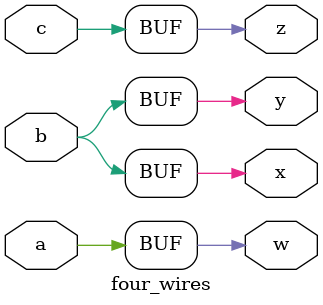
<source format=v>
module four_wires ( 
    input a, b, c,
    output w, x, y, z 
);

    assign w = a;
    assign x = b;
    assign y = b;
    assign z = c;
    // Assign per question's instruction

endmodule
</source>
